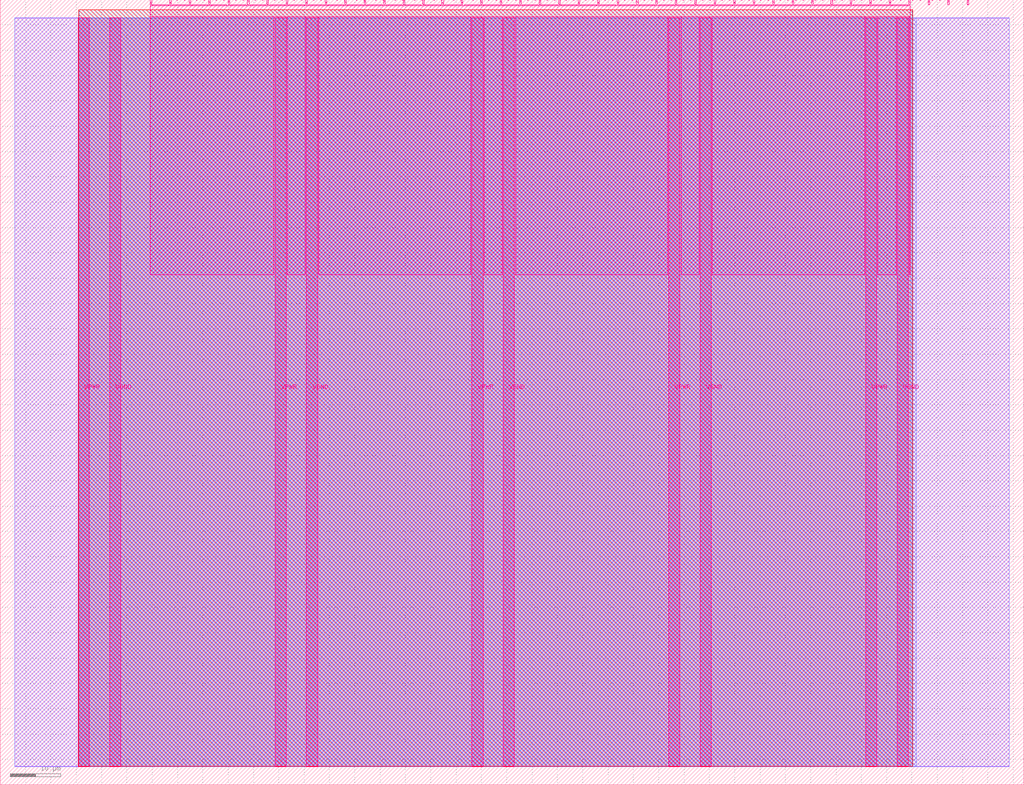
<source format=lef>
VERSION 5.7 ;
  NOWIREEXTENSIONATPIN ON ;
  DIVIDERCHAR "/" ;
  BUSBITCHARS "[]" ;
MACRO tt_um_array_mult_structural_GnahsLliw
  CLASS BLOCK ;
  FOREIGN tt_um_array_mult_structural_GnahsLliw ;
  ORIGIN 0.000 0.000 ;
  SIZE 202.080 BY 154.980 ;
  PIN VGND
    DIRECTION INOUT ;
    USE GROUND ;
    PORT
      LAYER Metal5 ;
        RECT 21.580 3.560 23.780 151.420 ;
    END
    PORT
      LAYER Metal5 ;
        RECT 60.450 3.560 62.650 151.420 ;
    END
    PORT
      LAYER Metal5 ;
        RECT 99.320 3.560 101.520 151.420 ;
    END
    PORT
      LAYER Metal5 ;
        RECT 138.190 3.560 140.390 151.420 ;
    END
    PORT
      LAYER Metal5 ;
        RECT 177.060 3.560 179.260 151.420 ;
    END
  END VGND
  PIN VPWR
    DIRECTION INOUT ;
    USE POWER ;
    PORT
      LAYER Metal5 ;
        RECT 15.380 3.560 17.580 151.420 ;
    END
    PORT
      LAYER Metal5 ;
        RECT 54.250 3.560 56.450 151.420 ;
    END
    PORT
      LAYER Metal5 ;
        RECT 93.120 3.560 95.320 151.420 ;
    END
    PORT
      LAYER Metal5 ;
        RECT 131.990 3.560 134.190 151.420 ;
    END
    PORT
      LAYER Metal5 ;
        RECT 170.860 3.560 173.060 151.420 ;
    END
  END VPWR
  PIN clk
    DIRECTION INPUT ;
    USE SIGNAL ;
    PORT
      LAYER Metal5 ;
        RECT 187.050 153.980 187.350 154.980 ;
    END
  END clk
  PIN ena
    DIRECTION INPUT ;
    USE SIGNAL ;
    PORT
      LAYER Metal5 ;
        RECT 190.890 153.980 191.190 154.980 ;
    END
  END ena
  PIN rst_n
    DIRECTION INPUT ;
    USE SIGNAL ;
    PORT
      LAYER Metal5 ;
        RECT 183.210 153.980 183.510 154.980 ;
    END
  END rst_n
  PIN ui_in[0]
    DIRECTION INPUT ;
    USE SIGNAL ;
    ANTENNAGATEAREA 0.213200 ;
    PORT
      LAYER Metal5 ;
        RECT 179.370 153.980 179.670 154.980 ;
    END
  END ui_in[0]
  PIN ui_in[1]
    DIRECTION INPUT ;
    USE SIGNAL ;
    ANTENNAGATEAREA 0.213200 ;
    PORT
      LAYER Metal5 ;
        RECT 175.530 153.980 175.830 154.980 ;
    END
  END ui_in[1]
  PIN ui_in[2]
    DIRECTION INPUT ;
    USE SIGNAL ;
    ANTENNAGATEAREA 0.213200 ;
    PORT
      LAYER Metal5 ;
        RECT 171.690 153.980 171.990 154.980 ;
    END
  END ui_in[2]
  PIN ui_in[3]
    DIRECTION INPUT ;
    USE SIGNAL ;
    ANTENNAGATEAREA 0.213200 ;
    PORT
      LAYER Metal5 ;
        RECT 167.850 153.980 168.150 154.980 ;
    END
  END ui_in[3]
  PIN ui_in[4]
    DIRECTION INPUT ;
    USE SIGNAL ;
    ANTENNAGATEAREA 0.213200 ;
    PORT
      LAYER Metal5 ;
        RECT 164.010 153.980 164.310 154.980 ;
    END
  END ui_in[4]
  PIN ui_in[5]
    DIRECTION INPUT ;
    USE SIGNAL ;
    ANTENNAGATEAREA 0.213200 ;
    PORT
      LAYER Metal5 ;
        RECT 160.170 153.980 160.470 154.980 ;
    END
  END ui_in[5]
  PIN ui_in[6]
    DIRECTION INPUT ;
    USE SIGNAL ;
    ANTENNAGATEAREA 0.213200 ;
    PORT
      LAYER Metal5 ;
        RECT 156.330 153.980 156.630 154.980 ;
    END
  END ui_in[6]
  PIN ui_in[7]
    DIRECTION INPUT ;
    USE SIGNAL ;
    ANTENNAGATEAREA 0.213200 ;
    PORT
      LAYER Metal5 ;
        RECT 152.490 153.980 152.790 154.980 ;
    END
  END ui_in[7]
  PIN uio_in[0]
    DIRECTION INPUT ;
    USE SIGNAL ;
    PORT
      LAYER Metal5 ;
        RECT 148.650 153.980 148.950 154.980 ;
    END
  END uio_in[0]
  PIN uio_in[1]
    DIRECTION INPUT ;
    USE SIGNAL ;
    PORT
      LAYER Metal5 ;
        RECT 144.810 153.980 145.110 154.980 ;
    END
  END uio_in[1]
  PIN uio_in[2]
    DIRECTION INPUT ;
    USE SIGNAL ;
    PORT
      LAYER Metal5 ;
        RECT 140.970 153.980 141.270 154.980 ;
    END
  END uio_in[2]
  PIN uio_in[3]
    DIRECTION INPUT ;
    USE SIGNAL ;
    PORT
      LAYER Metal5 ;
        RECT 137.130 153.980 137.430 154.980 ;
    END
  END uio_in[3]
  PIN uio_in[4]
    DIRECTION INPUT ;
    USE SIGNAL ;
    PORT
      LAYER Metal5 ;
        RECT 133.290 153.980 133.590 154.980 ;
    END
  END uio_in[4]
  PIN uio_in[5]
    DIRECTION INPUT ;
    USE SIGNAL ;
    PORT
      LAYER Metal5 ;
        RECT 129.450 153.980 129.750 154.980 ;
    END
  END uio_in[5]
  PIN uio_in[6]
    DIRECTION INPUT ;
    USE SIGNAL ;
    PORT
      LAYER Metal5 ;
        RECT 125.610 153.980 125.910 154.980 ;
    END
  END uio_in[6]
  PIN uio_in[7]
    DIRECTION INPUT ;
    USE SIGNAL ;
    PORT
      LAYER Metal5 ;
        RECT 121.770 153.980 122.070 154.980 ;
    END
  END uio_in[7]
  PIN uio_oe[0]
    DIRECTION OUTPUT ;
    USE SIGNAL ;
    ANTENNADIFFAREA 0.299200 ;
    PORT
      LAYER Metal5 ;
        RECT 56.490 153.980 56.790 154.980 ;
    END
  END uio_oe[0]
  PIN uio_oe[1]
    DIRECTION OUTPUT ;
    USE SIGNAL ;
    ANTENNADIFFAREA 0.299200 ;
    PORT
      LAYER Metal5 ;
        RECT 52.650 153.980 52.950 154.980 ;
    END
  END uio_oe[1]
  PIN uio_oe[2]
    DIRECTION OUTPUT ;
    USE SIGNAL ;
    ANTENNADIFFAREA 0.299200 ;
    PORT
      LAYER Metal5 ;
        RECT 48.810 153.980 49.110 154.980 ;
    END
  END uio_oe[2]
  PIN uio_oe[3]
    DIRECTION OUTPUT ;
    USE SIGNAL ;
    ANTENNADIFFAREA 0.299200 ;
    PORT
      LAYER Metal5 ;
        RECT 44.970 153.980 45.270 154.980 ;
    END
  END uio_oe[3]
  PIN uio_oe[4]
    DIRECTION OUTPUT ;
    USE SIGNAL ;
    ANTENNADIFFAREA 0.299200 ;
    PORT
      LAYER Metal5 ;
        RECT 41.130 153.980 41.430 154.980 ;
    END
  END uio_oe[4]
  PIN uio_oe[5]
    DIRECTION OUTPUT ;
    USE SIGNAL ;
    ANTENNADIFFAREA 0.299200 ;
    PORT
      LAYER Metal5 ;
        RECT 37.290 153.980 37.590 154.980 ;
    END
  END uio_oe[5]
  PIN uio_oe[6]
    DIRECTION OUTPUT ;
    USE SIGNAL ;
    ANTENNADIFFAREA 0.299200 ;
    PORT
      LAYER Metal5 ;
        RECT 33.450 153.980 33.750 154.980 ;
    END
  END uio_oe[6]
  PIN uio_oe[7]
    DIRECTION OUTPUT ;
    USE SIGNAL ;
    ANTENNADIFFAREA 0.299200 ;
    PORT
      LAYER Metal5 ;
        RECT 29.610 153.980 29.910 154.980 ;
    END
  END uio_oe[7]
  PIN uio_out[0]
    DIRECTION OUTPUT ;
    USE SIGNAL ;
    ANTENNADIFFAREA 0.299200 ;
    PORT
      LAYER Metal5 ;
        RECT 87.210 153.980 87.510 154.980 ;
    END
  END uio_out[0]
  PIN uio_out[1]
    DIRECTION OUTPUT ;
    USE SIGNAL ;
    ANTENNADIFFAREA 0.299200 ;
    PORT
      LAYER Metal5 ;
        RECT 83.370 153.980 83.670 154.980 ;
    END
  END uio_out[1]
  PIN uio_out[2]
    DIRECTION OUTPUT ;
    USE SIGNAL ;
    ANTENNADIFFAREA 0.299200 ;
    PORT
      LAYER Metal5 ;
        RECT 79.530 153.980 79.830 154.980 ;
    END
  END uio_out[2]
  PIN uio_out[3]
    DIRECTION OUTPUT ;
    USE SIGNAL ;
    ANTENNADIFFAREA 0.299200 ;
    PORT
      LAYER Metal5 ;
        RECT 75.690 153.980 75.990 154.980 ;
    END
  END uio_out[3]
  PIN uio_out[4]
    DIRECTION OUTPUT ;
    USE SIGNAL ;
    ANTENNADIFFAREA 0.299200 ;
    PORT
      LAYER Metal5 ;
        RECT 71.850 153.980 72.150 154.980 ;
    END
  END uio_out[4]
  PIN uio_out[5]
    DIRECTION OUTPUT ;
    USE SIGNAL ;
    ANTENNADIFFAREA 0.299200 ;
    PORT
      LAYER Metal5 ;
        RECT 68.010 153.980 68.310 154.980 ;
    END
  END uio_out[5]
  PIN uio_out[6]
    DIRECTION OUTPUT ;
    USE SIGNAL ;
    ANTENNADIFFAREA 0.299200 ;
    PORT
      LAYER Metal5 ;
        RECT 64.170 153.980 64.470 154.980 ;
    END
  END uio_out[6]
  PIN uio_out[7]
    DIRECTION OUTPUT ;
    USE SIGNAL ;
    ANTENNADIFFAREA 0.299200 ;
    PORT
      LAYER Metal5 ;
        RECT 60.330 153.980 60.630 154.980 ;
    END
  END uio_out[7]
  PIN uo_out[0]
    DIRECTION OUTPUT ;
    USE SIGNAL ;
    ANTENNADIFFAREA 0.632400 ;
    PORT
      LAYER Metal5 ;
        RECT 117.930 153.980 118.230 154.980 ;
    END
  END uo_out[0]
  PIN uo_out[1]
    DIRECTION OUTPUT ;
    USE SIGNAL ;
    ANTENNADIFFAREA 0.654800 ;
    PORT
      LAYER Metal5 ;
        RECT 114.090 153.980 114.390 154.980 ;
    END
  END uo_out[1]
  PIN uo_out[2]
    DIRECTION OUTPUT ;
    USE SIGNAL ;
    ANTENNADIFFAREA 0.654800 ;
    PORT
      LAYER Metal5 ;
        RECT 110.250 153.980 110.550 154.980 ;
    END
  END uo_out[2]
  PIN uo_out[3]
    DIRECTION OUTPUT ;
    USE SIGNAL ;
    ANTENNADIFFAREA 0.654800 ;
    PORT
      LAYER Metal5 ;
        RECT 106.410 153.980 106.710 154.980 ;
    END
  END uo_out[3]
  PIN uo_out[4]
    DIRECTION OUTPUT ;
    USE SIGNAL ;
    ANTENNADIFFAREA 0.654800 ;
    PORT
      LAYER Metal5 ;
        RECT 102.570 153.980 102.870 154.980 ;
    END
  END uo_out[4]
  PIN uo_out[5]
    DIRECTION OUTPUT ;
    USE SIGNAL ;
    ANTENNADIFFAREA 0.654800 ;
    PORT
      LAYER Metal5 ;
        RECT 98.730 153.980 99.030 154.980 ;
    END
  END uo_out[5]
  PIN uo_out[6]
    DIRECTION OUTPUT ;
    USE SIGNAL ;
    ANTENNADIFFAREA 0.654800 ;
    PORT
      LAYER Metal5 ;
        RECT 94.890 153.980 95.190 154.980 ;
    END
  END uo_out[6]
  PIN uo_out[7]
    DIRECTION OUTPUT ;
    USE SIGNAL ;
    ANTENNADIFFAREA 0.654800 ;
    PORT
      LAYER Metal5 ;
        RECT 91.050 153.980 91.350 154.980 ;
    END
  END uo_out[7]
  OBS
      LAYER GatPoly ;
        RECT 2.880 3.630 199.200 151.350 ;
      LAYER Metal1 ;
        RECT 2.880 3.560 199.200 151.420 ;
      LAYER Metal2 ;
        RECT 15.515 3.680 180.865 151.300 ;
      LAYER Metal3 ;
        RECT 15.560 3.635 180.100 153.025 ;
      LAYER Metal4 ;
        RECT 15.515 3.680 180.145 152.980 ;
      LAYER Metal5 ;
        RECT 30.120 153.770 33.240 153.980 ;
        RECT 33.960 153.770 37.080 153.980 ;
        RECT 37.800 153.770 40.920 153.980 ;
        RECT 41.640 153.770 44.760 153.980 ;
        RECT 45.480 153.770 48.600 153.980 ;
        RECT 49.320 153.770 52.440 153.980 ;
        RECT 53.160 153.770 56.280 153.980 ;
        RECT 57.000 153.770 60.120 153.980 ;
        RECT 60.840 153.770 63.960 153.980 ;
        RECT 64.680 153.770 67.800 153.980 ;
        RECT 68.520 153.770 71.640 153.980 ;
        RECT 72.360 153.770 75.480 153.980 ;
        RECT 76.200 153.770 79.320 153.980 ;
        RECT 80.040 153.770 83.160 153.980 ;
        RECT 83.880 153.770 87.000 153.980 ;
        RECT 87.720 153.770 90.840 153.980 ;
        RECT 91.560 153.770 94.680 153.980 ;
        RECT 95.400 153.770 98.520 153.980 ;
        RECT 99.240 153.770 102.360 153.980 ;
        RECT 103.080 153.770 106.200 153.980 ;
        RECT 106.920 153.770 110.040 153.980 ;
        RECT 110.760 153.770 113.880 153.980 ;
        RECT 114.600 153.770 117.720 153.980 ;
        RECT 118.440 153.770 121.560 153.980 ;
        RECT 122.280 153.770 125.400 153.980 ;
        RECT 126.120 153.770 129.240 153.980 ;
        RECT 129.960 153.770 133.080 153.980 ;
        RECT 133.800 153.770 136.920 153.980 ;
        RECT 137.640 153.770 140.760 153.980 ;
        RECT 141.480 153.770 144.600 153.980 ;
        RECT 145.320 153.770 148.440 153.980 ;
        RECT 149.160 153.770 152.280 153.980 ;
        RECT 153.000 153.770 156.120 153.980 ;
        RECT 156.840 153.770 159.960 153.980 ;
        RECT 160.680 153.770 163.800 153.980 ;
        RECT 164.520 153.770 167.640 153.980 ;
        RECT 168.360 153.770 171.480 153.980 ;
        RECT 172.200 153.770 175.320 153.980 ;
        RECT 176.040 153.770 179.160 153.980 ;
        RECT 29.660 151.630 179.620 153.770 ;
        RECT 29.660 100.655 54.040 151.630 ;
        RECT 56.660 100.655 60.240 151.630 ;
        RECT 62.860 100.655 92.910 151.630 ;
        RECT 95.530 100.655 99.110 151.630 ;
        RECT 101.730 100.655 131.780 151.630 ;
        RECT 134.400 100.655 137.980 151.630 ;
        RECT 140.600 100.655 170.650 151.630 ;
        RECT 173.270 100.655 176.850 151.630 ;
        RECT 179.470 100.655 179.620 151.630 ;
  END
END tt_um_array_mult_structural_GnahsLliw
END LIBRARY


</source>
